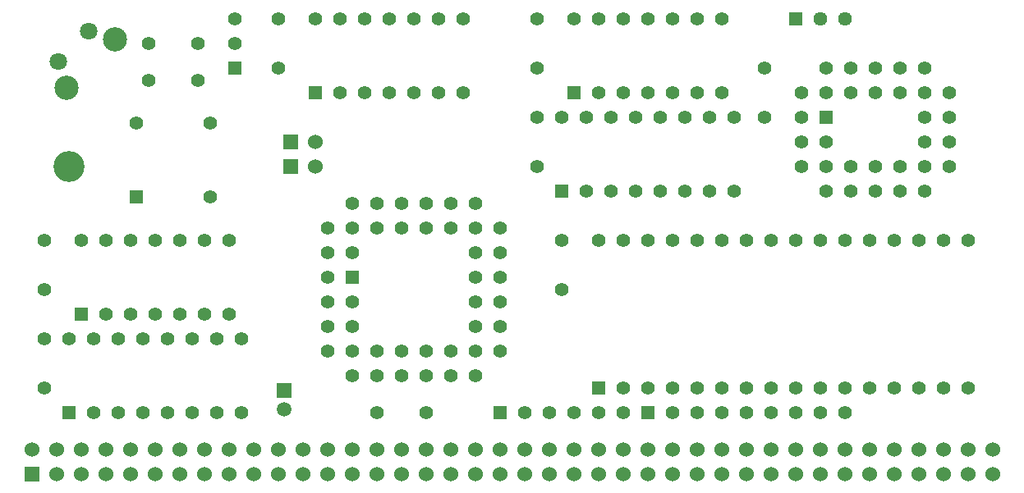
<source format=gbr>
G04 #@! TF.GenerationSoftware,KiCad,Pcbnew,(6.0.2)*
G04 #@! TF.CreationDate,2025-06-29T10:14:29-07:00*
G04 #@! TF.ProjectId,z80-cpu-mem,7a38302d-6370-4752-9d6d-656d2e6b6963,1.1*
G04 #@! TF.SameCoordinates,Original*
G04 #@! TF.FileFunction,Soldermask,Bot*
G04 #@! TF.FilePolarity,Negative*
%FSLAX46Y46*%
G04 Gerber Fmt 4.6, Leading zero omitted, Abs format (unit mm)*
G04 Created by KiCad (PCBNEW (6.0.2)) date 2025-06-29 10:14:29*
%MOMM*%
%LPD*%
G01*
G04 APERTURE LIST*
%ADD10R,1.397000X1.397000*%
%ADD11C,1.397000*%
%ADD12R,1.524000X1.524000*%
%ADD13C,1.524000*%
%ADD14C,3.200000*%
%ADD15R,1.490980X1.490980*%
%ADD16C,1.490980*%
%ADD17C,1.800860*%
%ADD18C,2.499360*%
%ADD19R,1.440000X1.440000*%
%ADD20C,1.440000*%
G04 APERTURE END LIST*
D10*
X156210000Y-88900000D03*
D11*
X158750000Y-88900000D03*
X161290000Y-88900000D03*
X163830000Y-88900000D03*
X166370000Y-88900000D03*
X168910000Y-88900000D03*
X171450000Y-88900000D03*
X171450000Y-81280000D03*
X168910000Y-81280000D03*
X166370000Y-81280000D03*
X163830000Y-81280000D03*
X161290000Y-81280000D03*
X158750000Y-81280000D03*
X156210000Y-81280000D03*
D10*
X181610000Y-99060000D03*
D11*
X184150000Y-99060000D03*
X186690000Y-99060000D03*
X189230000Y-99060000D03*
X191770000Y-99060000D03*
X194310000Y-99060000D03*
X196850000Y-99060000D03*
X199390000Y-99060000D03*
X199390000Y-91440000D03*
X196850000Y-91440000D03*
X194310000Y-91440000D03*
X191770000Y-91440000D03*
X189230000Y-91440000D03*
X186690000Y-91440000D03*
X184150000Y-91440000D03*
X181610000Y-91440000D03*
X139065000Y-87630000D03*
X144145000Y-87630000D03*
D10*
X175260000Y-121920000D03*
D11*
X177800000Y-121920000D03*
X180340000Y-121920000D03*
X182880000Y-121920000D03*
X185420000Y-121920000D03*
X187960000Y-121920000D03*
X181610000Y-104140000D03*
X181610000Y-109220000D03*
D12*
X127000000Y-128270000D03*
D13*
X129540000Y-128270000D03*
X132080000Y-128270000D03*
X134620000Y-128270000D03*
X137160000Y-128270000D03*
X139700000Y-128270000D03*
X142240000Y-128270000D03*
X144780000Y-128270000D03*
X147320000Y-128270000D03*
X149860000Y-128270000D03*
X152400000Y-128270000D03*
X154940000Y-128270000D03*
X157480000Y-128270000D03*
X160020000Y-128270000D03*
X162560000Y-128270000D03*
X165100000Y-128270000D03*
X167640000Y-128270000D03*
X170180000Y-128270000D03*
X172720000Y-128270000D03*
X175260000Y-128270000D03*
X177800000Y-128270000D03*
X180340000Y-128270000D03*
X182880000Y-128270000D03*
X185420000Y-128270000D03*
X187960000Y-128270000D03*
X190500000Y-128270000D03*
X193040000Y-128270000D03*
X195580000Y-128270000D03*
X198120000Y-128270000D03*
X200660000Y-128270000D03*
X203200000Y-128270000D03*
X205740000Y-128270000D03*
X208280000Y-128270000D03*
X210820000Y-128270000D03*
X213360000Y-128270000D03*
X215900000Y-128270000D03*
X218440000Y-128270000D03*
X220980000Y-128270000D03*
X223520000Y-128270000D03*
X226060000Y-128270000D03*
X127000000Y-125730000D03*
X129540000Y-125730000D03*
X132080000Y-125730000D03*
X134620000Y-125730000D03*
X137160000Y-125730000D03*
X139700000Y-125730000D03*
X142240000Y-125730000D03*
X144780000Y-125730000D03*
X147320000Y-125730000D03*
X149860000Y-125730000D03*
X152400000Y-125730000D03*
X154940000Y-125730000D03*
X157480000Y-125730000D03*
X160020000Y-125730000D03*
X162560000Y-125730000D03*
X165100000Y-125730000D03*
X167640000Y-125730000D03*
X170180000Y-125730000D03*
X172720000Y-125730000D03*
X175260000Y-125730000D03*
X177800000Y-125730000D03*
X180340000Y-125730000D03*
X182880000Y-125730000D03*
X185420000Y-125730000D03*
X187960000Y-125730000D03*
X190500000Y-125730000D03*
X193040000Y-125730000D03*
X195580000Y-125730000D03*
X198120000Y-125730000D03*
X200660000Y-125730000D03*
X203200000Y-125730000D03*
X205740000Y-125730000D03*
X208280000Y-125730000D03*
X210820000Y-125730000D03*
X213360000Y-125730000D03*
X215900000Y-125730000D03*
X218440000Y-125730000D03*
X220980000Y-125730000D03*
X223520000Y-125730000D03*
X226060000Y-125730000D03*
D10*
X185420000Y-119380000D03*
D11*
X187960000Y-119380000D03*
X190500000Y-119380000D03*
X193040000Y-119380000D03*
X195580000Y-119380000D03*
X198120000Y-119380000D03*
X200660000Y-119380000D03*
X203200000Y-119380000D03*
X205740000Y-119380000D03*
X208280000Y-119380000D03*
X210820000Y-119380000D03*
X213360000Y-119380000D03*
X215900000Y-119380000D03*
X218440000Y-119380000D03*
X220980000Y-119380000D03*
X223520000Y-119380000D03*
X223520000Y-104140000D03*
X220980000Y-104140000D03*
X218440000Y-104140000D03*
X215900000Y-104140000D03*
X213360000Y-104140000D03*
X210820000Y-104140000D03*
X208280000Y-104140000D03*
X205740000Y-104140000D03*
X203200000Y-104140000D03*
X200660000Y-104140000D03*
X198120000Y-104140000D03*
X195580000Y-104140000D03*
X193040000Y-104140000D03*
X190500000Y-104140000D03*
X187960000Y-104140000D03*
X185420000Y-104140000D03*
D12*
X153670000Y-96520000D03*
D13*
X156210000Y-96520000D03*
D11*
X179070000Y-81280000D03*
X179070000Y-86360000D03*
X128270000Y-114300000D03*
X128270000Y-119380000D03*
D14*
X130810000Y-96520000D03*
D10*
X182880000Y-88900000D03*
D11*
X185420000Y-88900000D03*
X187960000Y-88900000D03*
X190500000Y-88900000D03*
X193040000Y-88900000D03*
X195580000Y-88900000D03*
X198120000Y-88900000D03*
X198120000Y-81280000D03*
X195580000Y-81280000D03*
X193040000Y-81280000D03*
X190500000Y-81280000D03*
X187960000Y-81280000D03*
X185420000Y-81280000D03*
X182880000Y-81280000D03*
D10*
X190500000Y-121920000D03*
D11*
X193040000Y-121920000D03*
X195580000Y-121920000D03*
X198120000Y-121920000D03*
X200660000Y-121920000D03*
X203200000Y-121920000D03*
X205740000Y-121920000D03*
X208280000Y-121920000D03*
X210820000Y-121920000D03*
D10*
X147955000Y-86360000D03*
D11*
X147955000Y-83820000D03*
X147955000Y-81280000D03*
D10*
X130810000Y-121920000D03*
D11*
X133350000Y-121920000D03*
X135890000Y-121920000D03*
X138430000Y-121920000D03*
X140970000Y-121920000D03*
X143510000Y-121920000D03*
X146050000Y-121920000D03*
X148590000Y-121920000D03*
X148590000Y-114300000D03*
X146050000Y-114300000D03*
X143510000Y-114300000D03*
X140970000Y-114300000D03*
X138430000Y-114300000D03*
X135890000Y-114300000D03*
X133350000Y-114300000D03*
X130810000Y-114300000D03*
D15*
X153035000Y-119649240D03*
D16*
X153035000Y-121650760D03*
D11*
X128270000Y-104140000D03*
X128270000Y-109220000D03*
D10*
X208915000Y-91440000D03*
D11*
X206375000Y-93980000D03*
X208915000Y-93980000D03*
X206375000Y-96520000D03*
X208915000Y-99060000D03*
X208915000Y-96520000D03*
X211455000Y-99060000D03*
X211455000Y-96520000D03*
X213995000Y-99060000D03*
X213995000Y-96520000D03*
X216535000Y-99060000D03*
X216535000Y-96520000D03*
X219075000Y-99060000D03*
X221615000Y-96520000D03*
X219075000Y-96520000D03*
X221615000Y-93980000D03*
X219075000Y-93980000D03*
X221615000Y-91440000D03*
X219075000Y-91440000D03*
X221615000Y-88900000D03*
X219075000Y-86360000D03*
X219075000Y-88900000D03*
X216535000Y-86360000D03*
X216535000Y-88900000D03*
X213995000Y-86360000D03*
X213995000Y-88900000D03*
X211455000Y-86360000D03*
X211455000Y-88900000D03*
X208915000Y-86360000D03*
X206375000Y-88900000D03*
X208915000Y-88900000D03*
X206375000Y-91440000D03*
D10*
X132080000Y-111760000D03*
D11*
X134620000Y-111760000D03*
X137160000Y-111760000D03*
X139700000Y-111760000D03*
X142240000Y-111760000D03*
X144780000Y-111760000D03*
X147320000Y-111760000D03*
X147320000Y-104140000D03*
X144780000Y-104140000D03*
X142240000Y-104140000D03*
X139700000Y-104140000D03*
X137160000Y-104140000D03*
X134620000Y-104140000D03*
X132080000Y-104140000D03*
X202565000Y-91440000D03*
X202565000Y-86360000D03*
X152400000Y-81280000D03*
X152400000Y-86360000D03*
X167640000Y-121920000D03*
X162560000Y-121920000D03*
D10*
X160020000Y-107950000D03*
D11*
X157480000Y-110490000D03*
X160020000Y-110490000D03*
X157480000Y-113030000D03*
X160020000Y-113030000D03*
X157480000Y-115570000D03*
X160020000Y-118110000D03*
X160020000Y-115570000D03*
X162560000Y-118110000D03*
X162560000Y-115570000D03*
X165100000Y-118110000D03*
X165100000Y-115570000D03*
X167640000Y-118110000D03*
X167640000Y-115570000D03*
X170180000Y-118110000D03*
X170180000Y-115570000D03*
X172720000Y-118110000D03*
X175260000Y-115570000D03*
X172720000Y-115570000D03*
X175260000Y-113030000D03*
X172720000Y-113030000D03*
X175260000Y-110490000D03*
X172720000Y-110490000D03*
X175260000Y-107950000D03*
X172720000Y-107950000D03*
X175260000Y-105410000D03*
X172720000Y-105410000D03*
X175260000Y-102870000D03*
X172720000Y-100330000D03*
X172720000Y-102870000D03*
X170180000Y-100330000D03*
X170180000Y-102870000D03*
X167640000Y-100330000D03*
X167640000Y-102870000D03*
X165100000Y-100330000D03*
X165100000Y-102870000D03*
X162560000Y-100330000D03*
X162560000Y-102870000D03*
X160020000Y-100330000D03*
X157480000Y-102870000D03*
X160020000Y-102870000D03*
X157480000Y-105410000D03*
X160020000Y-105410000D03*
X157480000Y-107950000D03*
D17*
X132898311Y-82546531D03*
X129716331Y-85728511D03*
D18*
X135549962Y-83430414D03*
X130600214Y-88380162D03*
D11*
X139065000Y-83820000D03*
X144145000Y-83820000D03*
D10*
X137795000Y-99695000D03*
D11*
X145415000Y-99695000D03*
X145415000Y-92075000D03*
X137795000Y-92075000D03*
D19*
X205740000Y-81280000D03*
D20*
X208280000Y-81280000D03*
X210820000Y-81280000D03*
D12*
X153670000Y-93980000D03*
D13*
X156210000Y-93980000D03*
D11*
X179070000Y-91440000D03*
X179070000Y-96520000D03*
M02*

</source>
